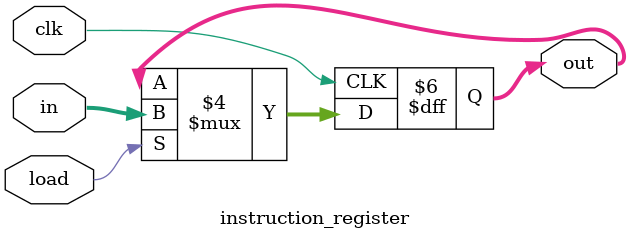
<source format=v>
module datapath(vsel,writenum,write,readnum,clk,loada,loadb,shift,asel,bsel,ALUop,loadc,loads,Z_out,N_out,V_out,datapath_out,sximm5,sximm8,PC,mdata);
input write,clk,loada,loadb,asel,bsel,loads,loadc;
input [1:0] shift,ALUop,vsel;
input [2:0] writenum,readnum;
input [8:0] PC;
input [15:0] sximm5,sximm8,mdata;
output Z_out,N_out,V_out;
output [15:0] datapath_out;
wire Z,N,V;
wire [15:0] data_in,data_out,regA_out,regB_out,Ain,Bin,sout,out;






//selecting to feed register with datapath_out for in0,{8'b0,PC} for in1,sximm8 for in2, datapath_in for in3
MUX4 #(16) inputMux(vsel,datapath_out,{7'b0000000,PC},sximm8,mdata,data_in);

//the register file itself
regfile REGFILE(data_in,writenum,write,readnum,clk,data_out);

//storing output from register file into regA for execution stage
REG #(16) regA(clk,loada,data_out,regA_out);
//storing output from register file into regB for execution stage
REG #(16) regB(clk,loadb,data_out,regB_out);

//shifter takes output from reg b and outputs sout intto BinMux
shifter shifter(regB_out,shift,sout);



//selecting between data_out and 16'b0 as A input to ALU
MUX #(16) AinMux(asel,regA_out,16'b0,Ain);
//selecting between shifter output or {11'b0,datapath_in[4:0]} as B input to ALU
MUX #(16) BinMux(bsel,sout,sximm5,Bin);

//instantiating alu with Ain/Bin as inputs and Z and out as outputs
ALU ALU(Ain,Bin,ALUop,out,Z,N,V);
//storing ALU output in register C
REG #(16)regC(clk,loadc,out,datapath_out);

//3 SEPERATE STATUS REGS ARE USED FOR THE DIFFERENT STATUS FLAGS

//storing the value of Z in the status register
REG regSZ(clk,loads,Z,Z_out);
//storing the of N in the status register
REG regSN(clk,loads,N,N_out);
//storing the value of V in the status register
REG regSV(clk,loads,V,V_out);

endmodule









//SOME USEFUL HELPER MODULES 




// 3 to 8 binary to one hot decoder

module DEC(in,out);
input[2:0] in;
output reg [7:0] out;

always@(in) begin
/*assigning one hot outputs based on corresponding binary values so 3'b000 results in 8'b00000001 and 3'b111 results in 8'b10000000. 
If input is 3'bx then output is 8'bx
*/
case(in)
3'b000:out=8'b00000001;
3'b001:out=8'b00000010;
3'b010:out=8'b00000100;
3'b011:out=8'b00001000;
3'b100:out=8'b00010000;
3'b101:out=8'b00100000;
3'b110:out=8'b01000000;
3'b111:out=8'b10000000;
default: out=8'bx;
endcase
end


endmodule




//N BIT LOAD ENABLED REGISTER

module REG(clk,load,in,out);
parameter n=1;
input clk,load;
input [n-1:0] in;
output reg [n-1:0] out;
wire [n-1:0] D;
wire [n-1:0] Q;

//selecting between input or output to copy into flip flop
MUX #(.n(n)) LoadEnable(load,out,in,D);

//reading D and assigning it to Q on posedge clk
vDFF #(.n(n)) RegisterFlipFlop(clk,D,Q);

//converting wire output Q from vDFF to reg output out
always@(Q) begin
out=Q;

end


endmodule







//N BIT MULTIPLEXER FOR FOUR INPUTS
module MUX4(sel,in0,in1,in2,in3,out);
parameter n=1;
input [1:0]sel;
input [n-1:0] in0,in1,in2,in3;
output reg [n-1:0] out;


//assigning output as in0, in1,in2,in3 based on 4 bit input, if input is x then output is x
always@(sel,in0,in1,in2,in3) begin
case(sel)
2'b00:out=in0;
2'b01:out=in1;
2'b10:out=in2;
2'b11:out=in3;
default: out=1'bx;
endcase
end
endmodule


//N BIT MULTIPLEXER FOR TWO INPUTS

module MUX(sel,in0,in1,out);
parameter n=1;
input sel;
input [n-1:0] in0,in1;
output reg [n-1:0] out;


//assigning output as in0 or in1 based on binary select input, if input is x then output is x
always@(sel,in0,in1) begin
case(sel)
1'b1:out=in1;
1'b0:out=in0;
default: out=1'bx;
endcase
end
endmodule





//8 INPUT N BIT MULTIPLEXER WITH ONE HOT SELECT

module MUX8(sel,in0,in1,in2,in3,in4,in5,in6,in7,out);
parameter n=1;
//this should be 1 hot select signal
input [7:0] sel;

input [n-1:0] in0,in1,in2,in3,in4,in5,in6,in7;
output reg [n-1:0] out;

/*
assigning appropriate ouput to input based on which bit of sel is hot(equal to 1).
This will obviously misbehave if multiple bits of sel are 1. If none of sel[7:0]=1 then output is 16'bx
*/
always@(sel,in0,in1,in2,in3,in4,in5,in6,in7) begin
if(sel[0]==1'b1)
out=in0;
else if(sel[1]==1'b1)
out=in1;
else if(sel[2]==1'b1)
out=in2;
else if(sel[3]==1'b1)
out=in3;
else if(sel[4]==1'b1)
out=in4;
else if(sel[5]==1'b1)
out=in5;
else if(sel[6]==1'b1)
out=in6;
else if(sel[7]==1'b1)
out=in7;
else
out=16'bx;

end

endmodule




//16 bit load enabled register to store instructions
module instruction_register(load,clk,in,out);
input load,clk;
input [15:0] in;
output reg [15:0] out;
//storing instruction signal on posedge clk
always@(posedge clk) begin
if(load==1'b1) begin
out=in;
end
end

endmodule








</source>
